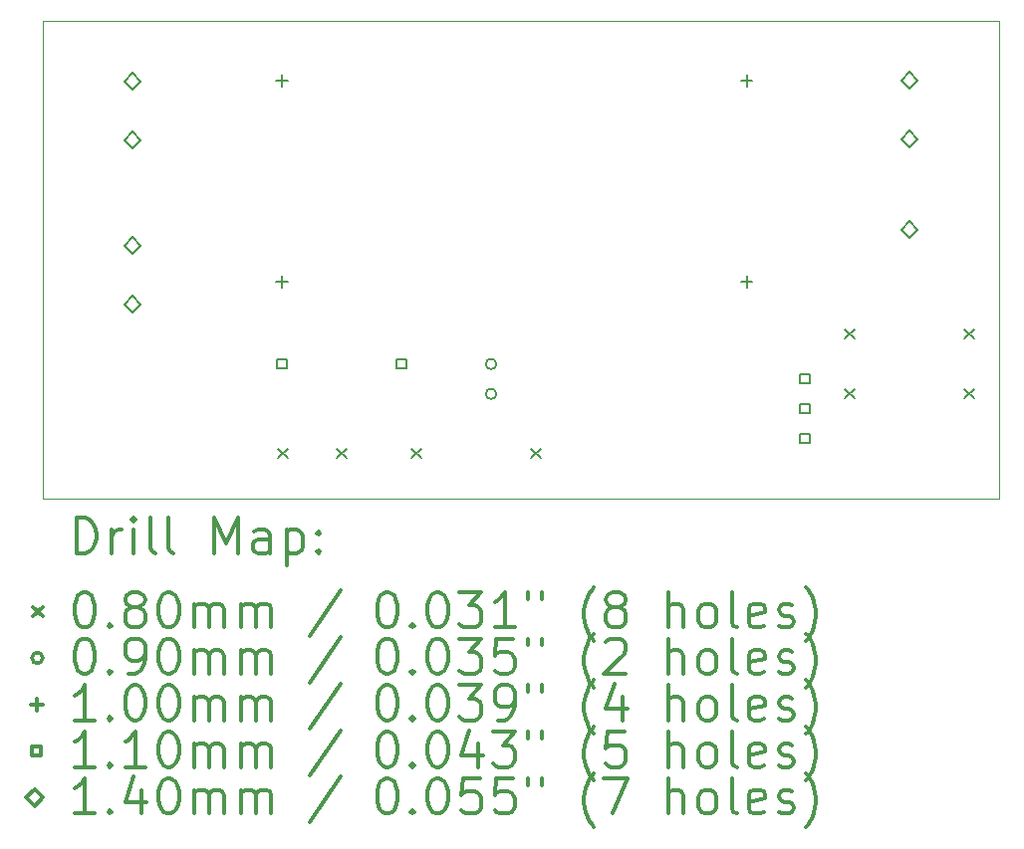
<source format=gbr>
%FSLAX45Y45*%
G04 Gerber Fmt 4.5, Leading zero omitted, Abs format (unit mm)*
G04 Created by KiCad (PCBNEW (5.1.9)-1) date 2021-12-30 20:13:22*
%MOMM*%
%LPD*%
G01*
G04 APERTURE LIST*
%TA.AperFunction,Profile*%
%ADD10C,0.038100*%
%TD*%
%ADD11C,0.200000*%
%ADD12C,0.300000*%
G04 APERTURE END LIST*
D10*
X18288000Y-7493000D02*
X10160000Y-7493000D01*
X10160000Y-7493000D02*
X10160000Y-3429000D01*
X18288000Y-3429000D02*
X18288000Y-7493000D01*
X10160000Y-3429000D02*
X18288000Y-3429000D01*
D11*
X12160000Y-7072000D02*
X12240000Y-7152000D01*
X12240000Y-7072000D02*
X12160000Y-7152000D01*
X12660000Y-7072000D02*
X12740000Y-7152000D01*
X12740000Y-7072000D02*
X12660000Y-7152000D01*
X13295000Y-7072000D02*
X13375000Y-7152000D01*
X13375000Y-7072000D02*
X13295000Y-7152000D01*
X14311000Y-7072000D02*
X14391000Y-7152000D01*
X14391000Y-7072000D02*
X14311000Y-7152000D01*
X16978000Y-6056000D02*
X17058000Y-6136000D01*
X17058000Y-6056000D02*
X16978000Y-6136000D01*
X16978000Y-6564000D02*
X17058000Y-6644000D01*
X17058000Y-6564000D02*
X16978000Y-6644000D01*
X17994000Y-6056000D02*
X18074000Y-6136000D01*
X18074000Y-6056000D02*
X17994000Y-6136000D01*
X17994000Y-6564000D02*
X18074000Y-6644000D01*
X18074000Y-6564000D02*
X17994000Y-6644000D01*
X14015000Y-6350000D02*
G75*
G03*
X14015000Y-6350000I-45000J0D01*
G01*
X14015000Y-6604000D02*
G75*
G03*
X14015000Y-6604000I-45000J0D01*
G01*
X12192000Y-3887000D02*
X12192000Y-3987000D01*
X12142000Y-3937000D02*
X12242000Y-3937000D01*
X12192000Y-5597000D02*
X12192000Y-5697000D01*
X12142000Y-5647000D02*
X12242000Y-5647000D01*
X16142000Y-3887000D02*
X16142000Y-3987000D01*
X16092000Y-3937000D02*
X16192000Y-3937000D01*
X16142000Y-5597000D02*
X16142000Y-5697000D01*
X16092000Y-5647000D02*
X16192000Y-5647000D01*
X12230891Y-6388891D02*
X12230891Y-6311109D01*
X12153109Y-6311109D01*
X12153109Y-6388891D01*
X12230891Y-6388891D01*
X13246891Y-6388891D02*
X13246891Y-6311109D01*
X13169109Y-6311109D01*
X13169109Y-6388891D01*
X13246891Y-6388891D01*
X16675891Y-6515891D02*
X16675891Y-6438109D01*
X16598109Y-6438109D01*
X16598109Y-6515891D01*
X16675891Y-6515891D01*
X16675891Y-6769891D02*
X16675891Y-6692109D01*
X16598109Y-6692109D01*
X16598109Y-6769891D01*
X16675891Y-6769891D01*
X16675891Y-7023891D02*
X16675891Y-6946109D01*
X16598109Y-6946109D01*
X16598109Y-7023891D01*
X16675891Y-7023891D01*
X10922000Y-4015000D02*
X10992000Y-3945000D01*
X10922000Y-3875000D01*
X10852000Y-3945000D01*
X10922000Y-4015000D01*
X10922000Y-4515000D02*
X10992000Y-4445000D01*
X10922000Y-4375000D01*
X10852000Y-4445000D01*
X10922000Y-4515000D01*
X10922000Y-5412000D02*
X10992000Y-5342000D01*
X10922000Y-5272000D01*
X10852000Y-5342000D01*
X10922000Y-5412000D01*
X10922000Y-5912000D02*
X10992000Y-5842000D01*
X10922000Y-5772000D01*
X10852000Y-5842000D01*
X10922000Y-5912000D01*
X17526000Y-4007000D02*
X17596000Y-3937000D01*
X17526000Y-3867000D01*
X17456000Y-3937000D01*
X17526000Y-4007000D01*
X17526000Y-4507000D02*
X17596000Y-4437000D01*
X17526000Y-4367000D01*
X17456000Y-4437000D01*
X17526000Y-4507000D01*
X17526000Y-5277000D02*
X17596000Y-5207000D01*
X17526000Y-5137000D01*
X17456000Y-5207000D01*
X17526000Y-5277000D01*
D12*
X10444523Y-7960619D02*
X10444523Y-7660619D01*
X10515952Y-7660619D01*
X10558809Y-7674905D01*
X10587381Y-7703476D01*
X10601666Y-7732048D01*
X10615952Y-7789191D01*
X10615952Y-7832048D01*
X10601666Y-7889191D01*
X10587381Y-7917762D01*
X10558809Y-7946334D01*
X10515952Y-7960619D01*
X10444523Y-7960619D01*
X10744523Y-7960619D02*
X10744523Y-7760619D01*
X10744523Y-7817762D02*
X10758809Y-7789191D01*
X10773095Y-7774905D01*
X10801666Y-7760619D01*
X10830238Y-7760619D01*
X10930238Y-7960619D02*
X10930238Y-7760619D01*
X10930238Y-7660619D02*
X10915952Y-7674905D01*
X10930238Y-7689191D01*
X10944523Y-7674905D01*
X10930238Y-7660619D01*
X10930238Y-7689191D01*
X11115952Y-7960619D02*
X11087381Y-7946334D01*
X11073095Y-7917762D01*
X11073095Y-7660619D01*
X11273095Y-7960619D02*
X11244523Y-7946334D01*
X11230238Y-7917762D01*
X11230238Y-7660619D01*
X11615952Y-7960619D02*
X11615952Y-7660619D01*
X11715952Y-7874905D01*
X11815952Y-7660619D01*
X11815952Y-7960619D01*
X12087381Y-7960619D02*
X12087381Y-7803476D01*
X12073095Y-7774905D01*
X12044523Y-7760619D01*
X11987381Y-7760619D01*
X11958809Y-7774905D01*
X12087381Y-7946334D02*
X12058809Y-7960619D01*
X11987381Y-7960619D01*
X11958809Y-7946334D01*
X11944523Y-7917762D01*
X11944523Y-7889191D01*
X11958809Y-7860619D01*
X11987381Y-7846334D01*
X12058809Y-7846334D01*
X12087381Y-7832048D01*
X12230238Y-7760619D02*
X12230238Y-8060619D01*
X12230238Y-7774905D02*
X12258809Y-7760619D01*
X12315952Y-7760619D01*
X12344523Y-7774905D01*
X12358809Y-7789191D01*
X12373095Y-7817762D01*
X12373095Y-7903476D01*
X12358809Y-7932048D01*
X12344523Y-7946334D01*
X12315952Y-7960619D01*
X12258809Y-7960619D01*
X12230238Y-7946334D01*
X12501666Y-7932048D02*
X12515952Y-7946334D01*
X12501666Y-7960619D01*
X12487381Y-7946334D01*
X12501666Y-7932048D01*
X12501666Y-7960619D01*
X12501666Y-7774905D02*
X12515952Y-7789191D01*
X12501666Y-7803476D01*
X12487381Y-7789191D01*
X12501666Y-7774905D01*
X12501666Y-7803476D01*
X10078095Y-8414905D02*
X10158095Y-8494905D01*
X10158095Y-8414905D02*
X10078095Y-8494905D01*
X10501666Y-8290619D02*
X10530238Y-8290619D01*
X10558809Y-8304905D01*
X10573095Y-8319191D01*
X10587381Y-8347762D01*
X10601666Y-8404905D01*
X10601666Y-8476334D01*
X10587381Y-8533477D01*
X10573095Y-8562048D01*
X10558809Y-8576334D01*
X10530238Y-8590619D01*
X10501666Y-8590619D01*
X10473095Y-8576334D01*
X10458809Y-8562048D01*
X10444523Y-8533477D01*
X10430238Y-8476334D01*
X10430238Y-8404905D01*
X10444523Y-8347762D01*
X10458809Y-8319191D01*
X10473095Y-8304905D01*
X10501666Y-8290619D01*
X10730238Y-8562048D02*
X10744523Y-8576334D01*
X10730238Y-8590619D01*
X10715952Y-8576334D01*
X10730238Y-8562048D01*
X10730238Y-8590619D01*
X10915952Y-8419191D02*
X10887381Y-8404905D01*
X10873095Y-8390619D01*
X10858809Y-8362048D01*
X10858809Y-8347762D01*
X10873095Y-8319191D01*
X10887381Y-8304905D01*
X10915952Y-8290619D01*
X10973095Y-8290619D01*
X11001666Y-8304905D01*
X11015952Y-8319191D01*
X11030238Y-8347762D01*
X11030238Y-8362048D01*
X11015952Y-8390619D01*
X11001666Y-8404905D01*
X10973095Y-8419191D01*
X10915952Y-8419191D01*
X10887381Y-8433477D01*
X10873095Y-8447762D01*
X10858809Y-8476334D01*
X10858809Y-8533477D01*
X10873095Y-8562048D01*
X10887381Y-8576334D01*
X10915952Y-8590619D01*
X10973095Y-8590619D01*
X11001666Y-8576334D01*
X11015952Y-8562048D01*
X11030238Y-8533477D01*
X11030238Y-8476334D01*
X11015952Y-8447762D01*
X11001666Y-8433477D01*
X10973095Y-8419191D01*
X11215952Y-8290619D02*
X11244523Y-8290619D01*
X11273095Y-8304905D01*
X11287381Y-8319191D01*
X11301666Y-8347762D01*
X11315952Y-8404905D01*
X11315952Y-8476334D01*
X11301666Y-8533477D01*
X11287381Y-8562048D01*
X11273095Y-8576334D01*
X11244523Y-8590619D01*
X11215952Y-8590619D01*
X11187381Y-8576334D01*
X11173095Y-8562048D01*
X11158809Y-8533477D01*
X11144523Y-8476334D01*
X11144523Y-8404905D01*
X11158809Y-8347762D01*
X11173095Y-8319191D01*
X11187381Y-8304905D01*
X11215952Y-8290619D01*
X11444523Y-8590619D02*
X11444523Y-8390619D01*
X11444523Y-8419191D02*
X11458809Y-8404905D01*
X11487381Y-8390619D01*
X11530238Y-8390619D01*
X11558809Y-8404905D01*
X11573095Y-8433477D01*
X11573095Y-8590619D01*
X11573095Y-8433477D02*
X11587381Y-8404905D01*
X11615952Y-8390619D01*
X11658809Y-8390619D01*
X11687381Y-8404905D01*
X11701666Y-8433477D01*
X11701666Y-8590619D01*
X11844523Y-8590619D02*
X11844523Y-8390619D01*
X11844523Y-8419191D02*
X11858809Y-8404905D01*
X11887381Y-8390619D01*
X11930238Y-8390619D01*
X11958809Y-8404905D01*
X11973095Y-8433477D01*
X11973095Y-8590619D01*
X11973095Y-8433477D02*
X11987381Y-8404905D01*
X12015952Y-8390619D01*
X12058809Y-8390619D01*
X12087381Y-8404905D01*
X12101666Y-8433477D01*
X12101666Y-8590619D01*
X12687381Y-8276334D02*
X12430238Y-8662048D01*
X13073095Y-8290619D02*
X13101666Y-8290619D01*
X13130238Y-8304905D01*
X13144523Y-8319191D01*
X13158809Y-8347762D01*
X13173095Y-8404905D01*
X13173095Y-8476334D01*
X13158809Y-8533477D01*
X13144523Y-8562048D01*
X13130238Y-8576334D01*
X13101666Y-8590619D01*
X13073095Y-8590619D01*
X13044523Y-8576334D01*
X13030238Y-8562048D01*
X13015952Y-8533477D01*
X13001666Y-8476334D01*
X13001666Y-8404905D01*
X13015952Y-8347762D01*
X13030238Y-8319191D01*
X13044523Y-8304905D01*
X13073095Y-8290619D01*
X13301666Y-8562048D02*
X13315952Y-8576334D01*
X13301666Y-8590619D01*
X13287381Y-8576334D01*
X13301666Y-8562048D01*
X13301666Y-8590619D01*
X13501666Y-8290619D02*
X13530238Y-8290619D01*
X13558809Y-8304905D01*
X13573095Y-8319191D01*
X13587381Y-8347762D01*
X13601666Y-8404905D01*
X13601666Y-8476334D01*
X13587381Y-8533477D01*
X13573095Y-8562048D01*
X13558809Y-8576334D01*
X13530238Y-8590619D01*
X13501666Y-8590619D01*
X13473095Y-8576334D01*
X13458809Y-8562048D01*
X13444523Y-8533477D01*
X13430238Y-8476334D01*
X13430238Y-8404905D01*
X13444523Y-8347762D01*
X13458809Y-8319191D01*
X13473095Y-8304905D01*
X13501666Y-8290619D01*
X13701666Y-8290619D02*
X13887381Y-8290619D01*
X13787381Y-8404905D01*
X13830238Y-8404905D01*
X13858809Y-8419191D01*
X13873095Y-8433477D01*
X13887381Y-8462048D01*
X13887381Y-8533477D01*
X13873095Y-8562048D01*
X13858809Y-8576334D01*
X13830238Y-8590619D01*
X13744523Y-8590619D01*
X13715952Y-8576334D01*
X13701666Y-8562048D01*
X14173095Y-8590619D02*
X14001666Y-8590619D01*
X14087381Y-8590619D02*
X14087381Y-8290619D01*
X14058809Y-8333476D01*
X14030238Y-8362048D01*
X14001666Y-8376334D01*
X14287381Y-8290619D02*
X14287381Y-8347762D01*
X14401666Y-8290619D02*
X14401666Y-8347762D01*
X14844523Y-8704905D02*
X14830238Y-8690619D01*
X14801666Y-8647762D01*
X14787381Y-8619191D01*
X14773095Y-8576334D01*
X14758809Y-8504905D01*
X14758809Y-8447762D01*
X14773095Y-8376334D01*
X14787381Y-8333476D01*
X14801666Y-8304905D01*
X14830238Y-8262048D01*
X14844523Y-8247762D01*
X15001666Y-8419191D02*
X14973095Y-8404905D01*
X14958809Y-8390619D01*
X14944523Y-8362048D01*
X14944523Y-8347762D01*
X14958809Y-8319191D01*
X14973095Y-8304905D01*
X15001666Y-8290619D01*
X15058809Y-8290619D01*
X15087381Y-8304905D01*
X15101666Y-8319191D01*
X15115952Y-8347762D01*
X15115952Y-8362048D01*
X15101666Y-8390619D01*
X15087381Y-8404905D01*
X15058809Y-8419191D01*
X15001666Y-8419191D01*
X14973095Y-8433477D01*
X14958809Y-8447762D01*
X14944523Y-8476334D01*
X14944523Y-8533477D01*
X14958809Y-8562048D01*
X14973095Y-8576334D01*
X15001666Y-8590619D01*
X15058809Y-8590619D01*
X15087381Y-8576334D01*
X15101666Y-8562048D01*
X15115952Y-8533477D01*
X15115952Y-8476334D01*
X15101666Y-8447762D01*
X15087381Y-8433477D01*
X15058809Y-8419191D01*
X15473095Y-8590619D02*
X15473095Y-8290619D01*
X15601666Y-8590619D02*
X15601666Y-8433477D01*
X15587381Y-8404905D01*
X15558809Y-8390619D01*
X15515952Y-8390619D01*
X15487381Y-8404905D01*
X15473095Y-8419191D01*
X15787381Y-8590619D02*
X15758809Y-8576334D01*
X15744523Y-8562048D01*
X15730238Y-8533477D01*
X15730238Y-8447762D01*
X15744523Y-8419191D01*
X15758809Y-8404905D01*
X15787381Y-8390619D01*
X15830238Y-8390619D01*
X15858809Y-8404905D01*
X15873095Y-8419191D01*
X15887381Y-8447762D01*
X15887381Y-8533477D01*
X15873095Y-8562048D01*
X15858809Y-8576334D01*
X15830238Y-8590619D01*
X15787381Y-8590619D01*
X16058809Y-8590619D02*
X16030238Y-8576334D01*
X16015952Y-8547762D01*
X16015952Y-8290619D01*
X16287381Y-8576334D02*
X16258809Y-8590619D01*
X16201666Y-8590619D01*
X16173095Y-8576334D01*
X16158809Y-8547762D01*
X16158809Y-8433477D01*
X16173095Y-8404905D01*
X16201666Y-8390619D01*
X16258809Y-8390619D01*
X16287381Y-8404905D01*
X16301666Y-8433477D01*
X16301666Y-8462048D01*
X16158809Y-8490619D01*
X16415952Y-8576334D02*
X16444523Y-8590619D01*
X16501666Y-8590619D01*
X16530238Y-8576334D01*
X16544523Y-8547762D01*
X16544523Y-8533477D01*
X16530238Y-8504905D01*
X16501666Y-8490619D01*
X16458809Y-8490619D01*
X16430238Y-8476334D01*
X16415952Y-8447762D01*
X16415952Y-8433477D01*
X16430238Y-8404905D01*
X16458809Y-8390619D01*
X16501666Y-8390619D01*
X16530238Y-8404905D01*
X16644523Y-8704905D02*
X16658809Y-8690619D01*
X16687381Y-8647762D01*
X16701666Y-8619191D01*
X16715952Y-8576334D01*
X16730238Y-8504905D01*
X16730238Y-8447762D01*
X16715952Y-8376334D01*
X16701666Y-8333476D01*
X16687381Y-8304905D01*
X16658809Y-8262048D01*
X16644523Y-8247762D01*
X10158095Y-8850905D02*
G75*
G03*
X10158095Y-8850905I-45000J0D01*
G01*
X10501666Y-8686619D02*
X10530238Y-8686619D01*
X10558809Y-8700905D01*
X10573095Y-8715191D01*
X10587381Y-8743762D01*
X10601666Y-8800905D01*
X10601666Y-8872334D01*
X10587381Y-8929477D01*
X10573095Y-8958048D01*
X10558809Y-8972334D01*
X10530238Y-8986619D01*
X10501666Y-8986619D01*
X10473095Y-8972334D01*
X10458809Y-8958048D01*
X10444523Y-8929477D01*
X10430238Y-8872334D01*
X10430238Y-8800905D01*
X10444523Y-8743762D01*
X10458809Y-8715191D01*
X10473095Y-8700905D01*
X10501666Y-8686619D01*
X10730238Y-8958048D02*
X10744523Y-8972334D01*
X10730238Y-8986619D01*
X10715952Y-8972334D01*
X10730238Y-8958048D01*
X10730238Y-8986619D01*
X10887381Y-8986619D02*
X10944523Y-8986619D01*
X10973095Y-8972334D01*
X10987381Y-8958048D01*
X11015952Y-8915191D01*
X11030238Y-8858048D01*
X11030238Y-8743762D01*
X11015952Y-8715191D01*
X11001666Y-8700905D01*
X10973095Y-8686619D01*
X10915952Y-8686619D01*
X10887381Y-8700905D01*
X10873095Y-8715191D01*
X10858809Y-8743762D01*
X10858809Y-8815191D01*
X10873095Y-8843762D01*
X10887381Y-8858048D01*
X10915952Y-8872334D01*
X10973095Y-8872334D01*
X11001666Y-8858048D01*
X11015952Y-8843762D01*
X11030238Y-8815191D01*
X11215952Y-8686619D02*
X11244523Y-8686619D01*
X11273095Y-8700905D01*
X11287381Y-8715191D01*
X11301666Y-8743762D01*
X11315952Y-8800905D01*
X11315952Y-8872334D01*
X11301666Y-8929477D01*
X11287381Y-8958048D01*
X11273095Y-8972334D01*
X11244523Y-8986619D01*
X11215952Y-8986619D01*
X11187381Y-8972334D01*
X11173095Y-8958048D01*
X11158809Y-8929477D01*
X11144523Y-8872334D01*
X11144523Y-8800905D01*
X11158809Y-8743762D01*
X11173095Y-8715191D01*
X11187381Y-8700905D01*
X11215952Y-8686619D01*
X11444523Y-8986619D02*
X11444523Y-8786619D01*
X11444523Y-8815191D02*
X11458809Y-8800905D01*
X11487381Y-8786619D01*
X11530238Y-8786619D01*
X11558809Y-8800905D01*
X11573095Y-8829477D01*
X11573095Y-8986619D01*
X11573095Y-8829477D02*
X11587381Y-8800905D01*
X11615952Y-8786619D01*
X11658809Y-8786619D01*
X11687381Y-8800905D01*
X11701666Y-8829477D01*
X11701666Y-8986619D01*
X11844523Y-8986619D02*
X11844523Y-8786619D01*
X11844523Y-8815191D02*
X11858809Y-8800905D01*
X11887381Y-8786619D01*
X11930238Y-8786619D01*
X11958809Y-8800905D01*
X11973095Y-8829477D01*
X11973095Y-8986619D01*
X11973095Y-8829477D02*
X11987381Y-8800905D01*
X12015952Y-8786619D01*
X12058809Y-8786619D01*
X12087381Y-8800905D01*
X12101666Y-8829477D01*
X12101666Y-8986619D01*
X12687381Y-8672334D02*
X12430238Y-9058048D01*
X13073095Y-8686619D02*
X13101666Y-8686619D01*
X13130238Y-8700905D01*
X13144523Y-8715191D01*
X13158809Y-8743762D01*
X13173095Y-8800905D01*
X13173095Y-8872334D01*
X13158809Y-8929477D01*
X13144523Y-8958048D01*
X13130238Y-8972334D01*
X13101666Y-8986619D01*
X13073095Y-8986619D01*
X13044523Y-8972334D01*
X13030238Y-8958048D01*
X13015952Y-8929477D01*
X13001666Y-8872334D01*
X13001666Y-8800905D01*
X13015952Y-8743762D01*
X13030238Y-8715191D01*
X13044523Y-8700905D01*
X13073095Y-8686619D01*
X13301666Y-8958048D02*
X13315952Y-8972334D01*
X13301666Y-8986619D01*
X13287381Y-8972334D01*
X13301666Y-8958048D01*
X13301666Y-8986619D01*
X13501666Y-8686619D02*
X13530238Y-8686619D01*
X13558809Y-8700905D01*
X13573095Y-8715191D01*
X13587381Y-8743762D01*
X13601666Y-8800905D01*
X13601666Y-8872334D01*
X13587381Y-8929477D01*
X13573095Y-8958048D01*
X13558809Y-8972334D01*
X13530238Y-8986619D01*
X13501666Y-8986619D01*
X13473095Y-8972334D01*
X13458809Y-8958048D01*
X13444523Y-8929477D01*
X13430238Y-8872334D01*
X13430238Y-8800905D01*
X13444523Y-8743762D01*
X13458809Y-8715191D01*
X13473095Y-8700905D01*
X13501666Y-8686619D01*
X13701666Y-8686619D02*
X13887381Y-8686619D01*
X13787381Y-8800905D01*
X13830238Y-8800905D01*
X13858809Y-8815191D01*
X13873095Y-8829477D01*
X13887381Y-8858048D01*
X13887381Y-8929477D01*
X13873095Y-8958048D01*
X13858809Y-8972334D01*
X13830238Y-8986619D01*
X13744523Y-8986619D01*
X13715952Y-8972334D01*
X13701666Y-8958048D01*
X14158809Y-8686619D02*
X14015952Y-8686619D01*
X14001666Y-8829477D01*
X14015952Y-8815191D01*
X14044523Y-8800905D01*
X14115952Y-8800905D01*
X14144523Y-8815191D01*
X14158809Y-8829477D01*
X14173095Y-8858048D01*
X14173095Y-8929477D01*
X14158809Y-8958048D01*
X14144523Y-8972334D01*
X14115952Y-8986619D01*
X14044523Y-8986619D01*
X14015952Y-8972334D01*
X14001666Y-8958048D01*
X14287381Y-8686619D02*
X14287381Y-8743762D01*
X14401666Y-8686619D02*
X14401666Y-8743762D01*
X14844523Y-9100905D02*
X14830238Y-9086619D01*
X14801666Y-9043762D01*
X14787381Y-9015191D01*
X14773095Y-8972334D01*
X14758809Y-8900905D01*
X14758809Y-8843762D01*
X14773095Y-8772334D01*
X14787381Y-8729477D01*
X14801666Y-8700905D01*
X14830238Y-8658048D01*
X14844523Y-8643762D01*
X14944523Y-8715191D02*
X14958809Y-8700905D01*
X14987381Y-8686619D01*
X15058809Y-8686619D01*
X15087381Y-8700905D01*
X15101666Y-8715191D01*
X15115952Y-8743762D01*
X15115952Y-8772334D01*
X15101666Y-8815191D01*
X14930238Y-8986619D01*
X15115952Y-8986619D01*
X15473095Y-8986619D02*
X15473095Y-8686619D01*
X15601666Y-8986619D02*
X15601666Y-8829477D01*
X15587381Y-8800905D01*
X15558809Y-8786619D01*
X15515952Y-8786619D01*
X15487381Y-8800905D01*
X15473095Y-8815191D01*
X15787381Y-8986619D02*
X15758809Y-8972334D01*
X15744523Y-8958048D01*
X15730238Y-8929477D01*
X15730238Y-8843762D01*
X15744523Y-8815191D01*
X15758809Y-8800905D01*
X15787381Y-8786619D01*
X15830238Y-8786619D01*
X15858809Y-8800905D01*
X15873095Y-8815191D01*
X15887381Y-8843762D01*
X15887381Y-8929477D01*
X15873095Y-8958048D01*
X15858809Y-8972334D01*
X15830238Y-8986619D01*
X15787381Y-8986619D01*
X16058809Y-8986619D02*
X16030238Y-8972334D01*
X16015952Y-8943762D01*
X16015952Y-8686619D01*
X16287381Y-8972334D02*
X16258809Y-8986619D01*
X16201666Y-8986619D01*
X16173095Y-8972334D01*
X16158809Y-8943762D01*
X16158809Y-8829477D01*
X16173095Y-8800905D01*
X16201666Y-8786619D01*
X16258809Y-8786619D01*
X16287381Y-8800905D01*
X16301666Y-8829477D01*
X16301666Y-8858048D01*
X16158809Y-8886619D01*
X16415952Y-8972334D02*
X16444523Y-8986619D01*
X16501666Y-8986619D01*
X16530238Y-8972334D01*
X16544523Y-8943762D01*
X16544523Y-8929477D01*
X16530238Y-8900905D01*
X16501666Y-8886619D01*
X16458809Y-8886619D01*
X16430238Y-8872334D01*
X16415952Y-8843762D01*
X16415952Y-8829477D01*
X16430238Y-8800905D01*
X16458809Y-8786619D01*
X16501666Y-8786619D01*
X16530238Y-8800905D01*
X16644523Y-9100905D02*
X16658809Y-9086619D01*
X16687381Y-9043762D01*
X16701666Y-9015191D01*
X16715952Y-8972334D01*
X16730238Y-8900905D01*
X16730238Y-8843762D01*
X16715952Y-8772334D01*
X16701666Y-8729477D01*
X16687381Y-8700905D01*
X16658809Y-8658048D01*
X16644523Y-8643762D01*
X10108095Y-9196905D02*
X10108095Y-9296905D01*
X10058095Y-9246905D02*
X10158095Y-9246905D01*
X10601666Y-9382619D02*
X10430238Y-9382619D01*
X10515952Y-9382619D02*
X10515952Y-9082619D01*
X10487381Y-9125477D01*
X10458809Y-9154048D01*
X10430238Y-9168334D01*
X10730238Y-9354048D02*
X10744523Y-9368334D01*
X10730238Y-9382619D01*
X10715952Y-9368334D01*
X10730238Y-9354048D01*
X10730238Y-9382619D01*
X10930238Y-9082619D02*
X10958809Y-9082619D01*
X10987381Y-9096905D01*
X11001666Y-9111191D01*
X11015952Y-9139762D01*
X11030238Y-9196905D01*
X11030238Y-9268334D01*
X11015952Y-9325477D01*
X11001666Y-9354048D01*
X10987381Y-9368334D01*
X10958809Y-9382619D01*
X10930238Y-9382619D01*
X10901666Y-9368334D01*
X10887381Y-9354048D01*
X10873095Y-9325477D01*
X10858809Y-9268334D01*
X10858809Y-9196905D01*
X10873095Y-9139762D01*
X10887381Y-9111191D01*
X10901666Y-9096905D01*
X10930238Y-9082619D01*
X11215952Y-9082619D02*
X11244523Y-9082619D01*
X11273095Y-9096905D01*
X11287381Y-9111191D01*
X11301666Y-9139762D01*
X11315952Y-9196905D01*
X11315952Y-9268334D01*
X11301666Y-9325477D01*
X11287381Y-9354048D01*
X11273095Y-9368334D01*
X11244523Y-9382619D01*
X11215952Y-9382619D01*
X11187381Y-9368334D01*
X11173095Y-9354048D01*
X11158809Y-9325477D01*
X11144523Y-9268334D01*
X11144523Y-9196905D01*
X11158809Y-9139762D01*
X11173095Y-9111191D01*
X11187381Y-9096905D01*
X11215952Y-9082619D01*
X11444523Y-9382619D02*
X11444523Y-9182619D01*
X11444523Y-9211191D02*
X11458809Y-9196905D01*
X11487381Y-9182619D01*
X11530238Y-9182619D01*
X11558809Y-9196905D01*
X11573095Y-9225477D01*
X11573095Y-9382619D01*
X11573095Y-9225477D02*
X11587381Y-9196905D01*
X11615952Y-9182619D01*
X11658809Y-9182619D01*
X11687381Y-9196905D01*
X11701666Y-9225477D01*
X11701666Y-9382619D01*
X11844523Y-9382619D02*
X11844523Y-9182619D01*
X11844523Y-9211191D02*
X11858809Y-9196905D01*
X11887381Y-9182619D01*
X11930238Y-9182619D01*
X11958809Y-9196905D01*
X11973095Y-9225477D01*
X11973095Y-9382619D01*
X11973095Y-9225477D02*
X11987381Y-9196905D01*
X12015952Y-9182619D01*
X12058809Y-9182619D01*
X12087381Y-9196905D01*
X12101666Y-9225477D01*
X12101666Y-9382619D01*
X12687381Y-9068334D02*
X12430238Y-9454048D01*
X13073095Y-9082619D02*
X13101666Y-9082619D01*
X13130238Y-9096905D01*
X13144523Y-9111191D01*
X13158809Y-9139762D01*
X13173095Y-9196905D01*
X13173095Y-9268334D01*
X13158809Y-9325477D01*
X13144523Y-9354048D01*
X13130238Y-9368334D01*
X13101666Y-9382619D01*
X13073095Y-9382619D01*
X13044523Y-9368334D01*
X13030238Y-9354048D01*
X13015952Y-9325477D01*
X13001666Y-9268334D01*
X13001666Y-9196905D01*
X13015952Y-9139762D01*
X13030238Y-9111191D01*
X13044523Y-9096905D01*
X13073095Y-9082619D01*
X13301666Y-9354048D02*
X13315952Y-9368334D01*
X13301666Y-9382619D01*
X13287381Y-9368334D01*
X13301666Y-9354048D01*
X13301666Y-9382619D01*
X13501666Y-9082619D02*
X13530238Y-9082619D01*
X13558809Y-9096905D01*
X13573095Y-9111191D01*
X13587381Y-9139762D01*
X13601666Y-9196905D01*
X13601666Y-9268334D01*
X13587381Y-9325477D01*
X13573095Y-9354048D01*
X13558809Y-9368334D01*
X13530238Y-9382619D01*
X13501666Y-9382619D01*
X13473095Y-9368334D01*
X13458809Y-9354048D01*
X13444523Y-9325477D01*
X13430238Y-9268334D01*
X13430238Y-9196905D01*
X13444523Y-9139762D01*
X13458809Y-9111191D01*
X13473095Y-9096905D01*
X13501666Y-9082619D01*
X13701666Y-9082619D02*
X13887381Y-9082619D01*
X13787381Y-9196905D01*
X13830238Y-9196905D01*
X13858809Y-9211191D01*
X13873095Y-9225477D01*
X13887381Y-9254048D01*
X13887381Y-9325477D01*
X13873095Y-9354048D01*
X13858809Y-9368334D01*
X13830238Y-9382619D01*
X13744523Y-9382619D01*
X13715952Y-9368334D01*
X13701666Y-9354048D01*
X14030238Y-9382619D02*
X14087381Y-9382619D01*
X14115952Y-9368334D01*
X14130238Y-9354048D01*
X14158809Y-9311191D01*
X14173095Y-9254048D01*
X14173095Y-9139762D01*
X14158809Y-9111191D01*
X14144523Y-9096905D01*
X14115952Y-9082619D01*
X14058809Y-9082619D01*
X14030238Y-9096905D01*
X14015952Y-9111191D01*
X14001666Y-9139762D01*
X14001666Y-9211191D01*
X14015952Y-9239762D01*
X14030238Y-9254048D01*
X14058809Y-9268334D01*
X14115952Y-9268334D01*
X14144523Y-9254048D01*
X14158809Y-9239762D01*
X14173095Y-9211191D01*
X14287381Y-9082619D02*
X14287381Y-9139762D01*
X14401666Y-9082619D02*
X14401666Y-9139762D01*
X14844523Y-9496905D02*
X14830238Y-9482619D01*
X14801666Y-9439762D01*
X14787381Y-9411191D01*
X14773095Y-9368334D01*
X14758809Y-9296905D01*
X14758809Y-9239762D01*
X14773095Y-9168334D01*
X14787381Y-9125477D01*
X14801666Y-9096905D01*
X14830238Y-9054048D01*
X14844523Y-9039762D01*
X15087381Y-9182619D02*
X15087381Y-9382619D01*
X15015952Y-9068334D02*
X14944523Y-9282619D01*
X15130238Y-9282619D01*
X15473095Y-9382619D02*
X15473095Y-9082619D01*
X15601666Y-9382619D02*
X15601666Y-9225477D01*
X15587381Y-9196905D01*
X15558809Y-9182619D01*
X15515952Y-9182619D01*
X15487381Y-9196905D01*
X15473095Y-9211191D01*
X15787381Y-9382619D02*
X15758809Y-9368334D01*
X15744523Y-9354048D01*
X15730238Y-9325477D01*
X15730238Y-9239762D01*
X15744523Y-9211191D01*
X15758809Y-9196905D01*
X15787381Y-9182619D01*
X15830238Y-9182619D01*
X15858809Y-9196905D01*
X15873095Y-9211191D01*
X15887381Y-9239762D01*
X15887381Y-9325477D01*
X15873095Y-9354048D01*
X15858809Y-9368334D01*
X15830238Y-9382619D01*
X15787381Y-9382619D01*
X16058809Y-9382619D02*
X16030238Y-9368334D01*
X16015952Y-9339762D01*
X16015952Y-9082619D01*
X16287381Y-9368334D02*
X16258809Y-9382619D01*
X16201666Y-9382619D01*
X16173095Y-9368334D01*
X16158809Y-9339762D01*
X16158809Y-9225477D01*
X16173095Y-9196905D01*
X16201666Y-9182619D01*
X16258809Y-9182619D01*
X16287381Y-9196905D01*
X16301666Y-9225477D01*
X16301666Y-9254048D01*
X16158809Y-9282619D01*
X16415952Y-9368334D02*
X16444523Y-9382619D01*
X16501666Y-9382619D01*
X16530238Y-9368334D01*
X16544523Y-9339762D01*
X16544523Y-9325477D01*
X16530238Y-9296905D01*
X16501666Y-9282619D01*
X16458809Y-9282619D01*
X16430238Y-9268334D01*
X16415952Y-9239762D01*
X16415952Y-9225477D01*
X16430238Y-9196905D01*
X16458809Y-9182619D01*
X16501666Y-9182619D01*
X16530238Y-9196905D01*
X16644523Y-9496905D02*
X16658809Y-9482619D01*
X16687381Y-9439762D01*
X16701666Y-9411191D01*
X16715952Y-9368334D01*
X16730238Y-9296905D01*
X16730238Y-9239762D01*
X16715952Y-9168334D01*
X16701666Y-9125477D01*
X16687381Y-9096905D01*
X16658809Y-9054048D01*
X16644523Y-9039762D01*
X10141986Y-9681796D02*
X10141986Y-9604014D01*
X10064204Y-9604014D01*
X10064204Y-9681796D01*
X10141986Y-9681796D01*
X10601666Y-9778619D02*
X10430238Y-9778619D01*
X10515952Y-9778619D02*
X10515952Y-9478619D01*
X10487381Y-9521477D01*
X10458809Y-9550048D01*
X10430238Y-9564334D01*
X10730238Y-9750048D02*
X10744523Y-9764334D01*
X10730238Y-9778619D01*
X10715952Y-9764334D01*
X10730238Y-9750048D01*
X10730238Y-9778619D01*
X11030238Y-9778619D02*
X10858809Y-9778619D01*
X10944523Y-9778619D02*
X10944523Y-9478619D01*
X10915952Y-9521477D01*
X10887381Y-9550048D01*
X10858809Y-9564334D01*
X11215952Y-9478619D02*
X11244523Y-9478619D01*
X11273095Y-9492905D01*
X11287381Y-9507191D01*
X11301666Y-9535762D01*
X11315952Y-9592905D01*
X11315952Y-9664334D01*
X11301666Y-9721477D01*
X11287381Y-9750048D01*
X11273095Y-9764334D01*
X11244523Y-9778619D01*
X11215952Y-9778619D01*
X11187381Y-9764334D01*
X11173095Y-9750048D01*
X11158809Y-9721477D01*
X11144523Y-9664334D01*
X11144523Y-9592905D01*
X11158809Y-9535762D01*
X11173095Y-9507191D01*
X11187381Y-9492905D01*
X11215952Y-9478619D01*
X11444523Y-9778619D02*
X11444523Y-9578619D01*
X11444523Y-9607191D02*
X11458809Y-9592905D01*
X11487381Y-9578619D01*
X11530238Y-9578619D01*
X11558809Y-9592905D01*
X11573095Y-9621477D01*
X11573095Y-9778619D01*
X11573095Y-9621477D02*
X11587381Y-9592905D01*
X11615952Y-9578619D01*
X11658809Y-9578619D01*
X11687381Y-9592905D01*
X11701666Y-9621477D01*
X11701666Y-9778619D01*
X11844523Y-9778619D02*
X11844523Y-9578619D01*
X11844523Y-9607191D02*
X11858809Y-9592905D01*
X11887381Y-9578619D01*
X11930238Y-9578619D01*
X11958809Y-9592905D01*
X11973095Y-9621477D01*
X11973095Y-9778619D01*
X11973095Y-9621477D02*
X11987381Y-9592905D01*
X12015952Y-9578619D01*
X12058809Y-9578619D01*
X12087381Y-9592905D01*
X12101666Y-9621477D01*
X12101666Y-9778619D01*
X12687381Y-9464334D02*
X12430238Y-9850048D01*
X13073095Y-9478619D02*
X13101666Y-9478619D01*
X13130238Y-9492905D01*
X13144523Y-9507191D01*
X13158809Y-9535762D01*
X13173095Y-9592905D01*
X13173095Y-9664334D01*
X13158809Y-9721477D01*
X13144523Y-9750048D01*
X13130238Y-9764334D01*
X13101666Y-9778619D01*
X13073095Y-9778619D01*
X13044523Y-9764334D01*
X13030238Y-9750048D01*
X13015952Y-9721477D01*
X13001666Y-9664334D01*
X13001666Y-9592905D01*
X13015952Y-9535762D01*
X13030238Y-9507191D01*
X13044523Y-9492905D01*
X13073095Y-9478619D01*
X13301666Y-9750048D02*
X13315952Y-9764334D01*
X13301666Y-9778619D01*
X13287381Y-9764334D01*
X13301666Y-9750048D01*
X13301666Y-9778619D01*
X13501666Y-9478619D02*
X13530238Y-9478619D01*
X13558809Y-9492905D01*
X13573095Y-9507191D01*
X13587381Y-9535762D01*
X13601666Y-9592905D01*
X13601666Y-9664334D01*
X13587381Y-9721477D01*
X13573095Y-9750048D01*
X13558809Y-9764334D01*
X13530238Y-9778619D01*
X13501666Y-9778619D01*
X13473095Y-9764334D01*
X13458809Y-9750048D01*
X13444523Y-9721477D01*
X13430238Y-9664334D01*
X13430238Y-9592905D01*
X13444523Y-9535762D01*
X13458809Y-9507191D01*
X13473095Y-9492905D01*
X13501666Y-9478619D01*
X13858809Y-9578619D02*
X13858809Y-9778619D01*
X13787381Y-9464334D02*
X13715952Y-9678619D01*
X13901666Y-9678619D01*
X13987381Y-9478619D02*
X14173095Y-9478619D01*
X14073095Y-9592905D01*
X14115952Y-9592905D01*
X14144523Y-9607191D01*
X14158809Y-9621477D01*
X14173095Y-9650048D01*
X14173095Y-9721477D01*
X14158809Y-9750048D01*
X14144523Y-9764334D01*
X14115952Y-9778619D01*
X14030238Y-9778619D01*
X14001666Y-9764334D01*
X13987381Y-9750048D01*
X14287381Y-9478619D02*
X14287381Y-9535762D01*
X14401666Y-9478619D02*
X14401666Y-9535762D01*
X14844523Y-9892905D02*
X14830238Y-9878619D01*
X14801666Y-9835762D01*
X14787381Y-9807191D01*
X14773095Y-9764334D01*
X14758809Y-9692905D01*
X14758809Y-9635762D01*
X14773095Y-9564334D01*
X14787381Y-9521477D01*
X14801666Y-9492905D01*
X14830238Y-9450048D01*
X14844523Y-9435762D01*
X15101666Y-9478619D02*
X14958809Y-9478619D01*
X14944523Y-9621477D01*
X14958809Y-9607191D01*
X14987381Y-9592905D01*
X15058809Y-9592905D01*
X15087381Y-9607191D01*
X15101666Y-9621477D01*
X15115952Y-9650048D01*
X15115952Y-9721477D01*
X15101666Y-9750048D01*
X15087381Y-9764334D01*
X15058809Y-9778619D01*
X14987381Y-9778619D01*
X14958809Y-9764334D01*
X14944523Y-9750048D01*
X15473095Y-9778619D02*
X15473095Y-9478619D01*
X15601666Y-9778619D02*
X15601666Y-9621477D01*
X15587381Y-9592905D01*
X15558809Y-9578619D01*
X15515952Y-9578619D01*
X15487381Y-9592905D01*
X15473095Y-9607191D01*
X15787381Y-9778619D02*
X15758809Y-9764334D01*
X15744523Y-9750048D01*
X15730238Y-9721477D01*
X15730238Y-9635762D01*
X15744523Y-9607191D01*
X15758809Y-9592905D01*
X15787381Y-9578619D01*
X15830238Y-9578619D01*
X15858809Y-9592905D01*
X15873095Y-9607191D01*
X15887381Y-9635762D01*
X15887381Y-9721477D01*
X15873095Y-9750048D01*
X15858809Y-9764334D01*
X15830238Y-9778619D01*
X15787381Y-9778619D01*
X16058809Y-9778619D02*
X16030238Y-9764334D01*
X16015952Y-9735762D01*
X16015952Y-9478619D01*
X16287381Y-9764334D02*
X16258809Y-9778619D01*
X16201666Y-9778619D01*
X16173095Y-9764334D01*
X16158809Y-9735762D01*
X16158809Y-9621477D01*
X16173095Y-9592905D01*
X16201666Y-9578619D01*
X16258809Y-9578619D01*
X16287381Y-9592905D01*
X16301666Y-9621477D01*
X16301666Y-9650048D01*
X16158809Y-9678619D01*
X16415952Y-9764334D02*
X16444523Y-9778619D01*
X16501666Y-9778619D01*
X16530238Y-9764334D01*
X16544523Y-9735762D01*
X16544523Y-9721477D01*
X16530238Y-9692905D01*
X16501666Y-9678619D01*
X16458809Y-9678619D01*
X16430238Y-9664334D01*
X16415952Y-9635762D01*
X16415952Y-9621477D01*
X16430238Y-9592905D01*
X16458809Y-9578619D01*
X16501666Y-9578619D01*
X16530238Y-9592905D01*
X16644523Y-9892905D02*
X16658809Y-9878619D01*
X16687381Y-9835762D01*
X16701666Y-9807191D01*
X16715952Y-9764334D01*
X16730238Y-9692905D01*
X16730238Y-9635762D01*
X16715952Y-9564334D01*
X16701666Y-9521477D01*
X16687381Y-9492905D01*
X16658809Y-9450048D01*
X16644523Y-9435762D01*
X10088095Y-10108905D02*
X10158095Y-10038905D01*
X10088095Y-9968905D01*
X10018095Y-10038905D01*
X10088095Y-10108905D01*
X10601666Y-10174619D02*
X10430238Y-10174619D01*
X10515952Y-10174619D02*
X10515952Y-9874619D01*
X10487381Y-9917477D01*
X10458809Y-9946048D01*
X10430238Y-9960334D01*
X10730238Y-10146048D02*
X10744523Y-10160334D01*
X10730238Y-10174619D01*
X10715952Y-10160334D01*
X10730238Y-10146048D01*
X10730238Y-10174619D01*
X11001666Y-9974619D02*
X11001666Y-10174619D01*
X10930238Y-9860334D02*
X10858809Y-10074619D01*
X11044523Y-10074619D01*
X11215952Y-9874619D02*
X11244523Y-9874619D01*
X11273095Y-9888905D01*
X11287381Y-9903191D01*
X11301666Y-9931762D01*
X11315952Y-9988905D01*
X11315952Y-10060334D01*
X11301666Y-10117477D01*
X11287381Y-10146048D01*
X11273095Y-10160334D01*
X11244523Y-10174619D01*
X11215952Y-10174619D01*
X11187381Y-10160334D01*
X11173095Y-10146048D01*
X11158809Y-10117477D01*
X11144523Y-10060334D01*
X11144523Y-9988905D01*
X11158809Y-9931762D01*
X11173095Y-9903191D01*
X11187381Y-9888905D01*
X11215952Y-9874619D01*
X11444523Y-10174619D02*
X11444523Y-9974619D01*
X11444523Y-10003191D02*
X11458809Y-9988905D01*
X11487381Y-9974619D01*
X11530238Y-9974619D01*
X11558809Y-9988905D01*
X11573095Y-10017477D01*
X11573095Y-10174619D01*
X11573095Y-10017477D02*
X11587381Y-9988905D01*
X11615952Y-9974619D01*
X11658809Y-9974619D01*
X11687381Y-9988905D01*
X11701666Y-10017477D01*
X11701666Y-10174619D01*
X11844523Y-10174619D02*
X11844523Y-9974619D01*
X11844523Y-10003191D02*
X11858809Y-9988905D01*
X11887381Y-9974619D01*
X11930238Y-9974619D01*
X11958809Y-9988905D01*
X11973095Y-10017477D01*
X11973095Y-10174619D01*
X11973095Y-10017477D02*
X11987381Y-9988905D01*
X12015952Y-9974619D01*
X12058809Y-9974619D01*
X12087381Y-9988905D01*
X12101666Y-10017477D01*
X12101666Y-10174619D01*
X12687381Y-9860334D02*
X12430238Y-10246048D01*
X13073095Y-9874619D02*
X13101666Y-9874619D01*
X13130238Y-9888905D01*
X13144523Y-9903191D01*
X13158809Y-9931762D01*
X13173095Y-9988905D01*
X13173095Y-10060334D01*
X13158809Y-10117477D01*
X13144523Y-10146048D01*
X13130238Y-10160334D01*
X13101666Y-10174619D01*
X13073095Y-10174619D01*
X13044523Y-10160334D01*
X13030238Y-10146048D01*
X13015952Y-10117477D01*
X13001666Y-10060334D01*
X13001666Y-9988905D01*
X13015952Y-9931762D01*
X13030238Y-9903191D01*
X13044523Y-9888905D01*
X13073095Y-9874619D01*
X13301666Y-10146048D02*
X13315952Y-10160334D01*
X13301666Y-10174619D01*
X13287381Y-10160334D01*
X13301666Y-10146048D01*
X13301666Y-10174619D01*
X13501666Y-9874619D02*
X13530238Y-9874619D01*
X13558809Y-9888905D01*
X13573095Y-9903191D01*
X13587381Y-9931762D01*
X13601666Y-9988905D01*
X13601666Y-10060334D01*
X13587381Y-10117477D01*
X13573095Y-10146048D01*
X13558809Y-10160334D01*
X13530238Y-10174619D01*
X13501666Y-10174619D01*
X13473095Y-10160334D01*
X13458809Y-10146048D01*
X13444523Y-10117477D01*
X13430238Y-10060334D01*
X13430238Y-9988905D01*
X13444523Y-9931762D01*
X13458809Y-9903191D01*
X13473095Y-9888905D01*
X13501666Y-9874619D01*
X13873095Y-9874619D02*
X13730238Y-9874619D01*
X13715952Y-10017477D01*
X13730238Y-10003191D01*
X13758809Y-9988905D01*
X13830238Y-9988905D01*
X13858809Y-10003191D01*
X13873095Y-10017477D01*
X13887381Y-10046048D01*
X13887381Y-10117477D01*
X13873095Y-10146048D01*
X13858809Y-10160334D01*
X13830238Y-10174619D01*
X13758809Y-10174619D01*
X13730238Y-10160334D01*
X13715952Y-10146048D01*
X14158809Y-9874619D02*
X14015952Y-9874619D01*
X14001666Y-10017477D01*
X14015952Y-10003191D01*
X14044523Y-9988905D01*
X14115952Y-9988905D01*
X14144523Y-10003191D01*
X14158809Y-10017477D01*
X14173095Y-10046048D01*
X14173095Y-10117477D01*
X14158809Y-10146048D01*
X14144523Y-10160334D01*
X14115952Y-10174619D01*
X14044523Y-10174619D01*
X14015952Y-10160334D01*
X14001666Y-10146048D01*
X14287381Y-9874619D02*
X14287381Y-9931762D01*
X14401666Y-9874619D02*
X14401666Y-9931762D01*
X14844523Y-10288905D02*
X14830238Y-10274619D01*
X14801666Y-10231762D01*
X14787381Y-10203191D01*
X14773095Y-10160334D01*
X14758809Y-10088905D01*
X14758809Y-10031762D01*
X14773095Y-9960334D01*
X14787381Y-9917477D01*
X14801666Y-9888905D01*
X14830238Y-9846048D01*
X14844523Y-9831762D01*
X14930238Y-9874619D02*
X15130238Y-9874619D01*
X15001666Y-10174619D01*
X15473095Y-10174619D02*
X15473095Y-9874619D01*
X15601666Y-10174619D02*
X15601666Y-10017477D01*
X15587381Y-9988905D01*
X15558809Y-9974619D01*
X15515952Y-9974619D01*
X15487381Y-9988905D01*
X15473095Y-10003191D01*
X15787381Y-10174619D02*
X15758809Y-10160334D01*
X15744523Y-10146048D01*
X15730238Y-10117477D01*
X15730238Y-10031762D01*
X15744523Y-10003191D01*
X15758809Y-9988905D01*
X15787381Y-9974619D01*
X15830238Y-9974619D01*
X15858809Y-9988905D01*
X15873095Y-10003191D01*
X15887381Y-10031762D01*
X15887381Y-10117477D01*
X15873095Y-10146048D01*
X15858809Y-10160334D01*
X15830238Y-10174619D01*
X15787381Y-10174619D01*
X16058809Y-10174619D02*
X16030238Y-10160334D01*
X16015952Y-10131762D01*
X16015952Y-9874619D01*
X16287381Y-10160334D02*
X16258809Y-10174619D01*
X16201666Y-10174619D01*
X16173095Y-10160334D01*
X16158809Y-10131762D01*
X16158809Y-10017477D01*
X16173095Y-9988905D01*
X16201666Y-9974619D01*
X16258809Y-9974619D01*
X16287381Y-9988905D01*
X16301666Y-10017477D01*
X16301666Y-10046048D01*
X16158809Y-10074619D01*
X16415952Y-10160334D02*
X16444523Y-10174619D01*
X16501666Y-10174619D01*
X16530238Y-10160334D01*
X16544523Y-10131762D01*
X16544523Y-10117477D01*
X16530238Y-10088905D01*
X16501666Y-10074619D01*
X16458809Y-10074619D01*
X16430238Y-10060334D01*
X16415952Y-10031762D01*
X16415952Y-10017477D01*
X16430238Y-9988905D01*
X16458809Y-9974619D01*
X16501666Y-9974619D01*
X16530238Y-9988905D01*
X16644523Y-10288905D02*
X16658809Y-10274619D01*
X16687381Y-10231762D01*
X16701666Y-10203191D01*
X16715952Y-10160334D01*
X16730238Y-10088905D01*
X16730238Y-10031762D01*
X16715952Y-9960334D01*
X16701666Y-9917477D01*
X16687381Y-9888905D01*
X16658809Y-9846048D01*
X16644523Y-9831762D01*
M02*

</source>
